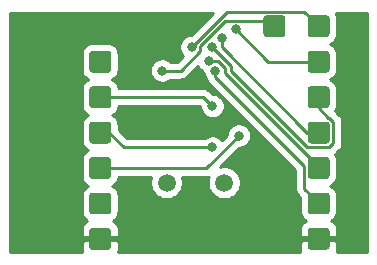
<source format=gbl>
G04 #@! TF.GenerationSoftware,KiCad,Pcbnew,5.1.10-88a1d61d58~90~ubuntu20.04.1*
G04 #@! TF.CreationDate,2021-09-15T21:40:18+02:00*
G04 #@! TF.ProjectId,snes2atari,736e6573-3261-4746-9172-692e6b696361,rev?*
G04 #@! TF.SameCoordinates,Original*
G04 #@! TF.FileFunction,Copper,L2,Bot*
G04 #@! TF.FilePolarity,Positive*
%FSLAX46Y46*%
G04 Gerber Fmt 4.6, Leading zero omitted, Abs format (unit mm)*
G04 Created by KiCad (PCBNEW 5.1.10-88a1d61d58~90~ubuntu20.04.1) date 2021-09-15 21:40:18*
%MOMM*%
%LPD*%
G01*
G04 APERTURE LIST*
G04 #@! TA.AperFunction,ComponentPad*
%ADD10C,1.500000*%
G04 #@! TD*
G04 #@! TA.AperFunction,ViaPad*
%ADD11C,0.800000*%
G04 #@! TD*
G04 #@! TA.AperFunction,Conductor*
%ADD12C,0.250000*%
G04 #@! TD*
G04 #@! TA.AperFunction,Conductor*
%ADD13C,0.254000*%
G04 #@! TD*
G04 #@! TA.AperFunction,Conductor*
%ADD14C,0.100000*%
G04 #@! TD*
G04 APERTURE END LIST*
D10*
X125870000Y-89750000D03*
X130750000Y-89750000D03*
G04 #@! TA.AperFunction,ComponentPad*
G36*
G01*
X119325000Y-95175001D02*
X119325000Y-93824999D01*
G75*
G02*
X119574999Y-93575000I249999J0D01*
G01*
X120925001Y-93575000D01*
G75*
G02*
X121175000Y-93824999I0J-249999D01*
G01*
X121175000Y-95175001D01*
G75*
G02*
X120925001Y-95425000I-249999J0D01*
G01*
X119574999Y-95425000D01*
G75*
G02*
X119325000Y-95175001I0J249999D01*
G01*
G37*
G04 #@! TD.AperFunction*
G04 #@! TA.AperFunction,ComponentPad*
G36*
G01*
X137825000Y-95175001D02*
X137825000Y-93824999D01*
G75*
G02*
X138074999Y-93575000I249999J0D01*
G01*
X139425001Y-93575000D01*
G75*
G02*
X139675000Y-93824999I0J-249999D01*
G01*
X139675000Y-95175001D01*
G75*
G02*
X139425001Y-95425000I-249999J0D01*
G01*
X138074999Y-95425000D01*
G75*
G02*
X137825000Y-95175001I0J249999D01*
G01*
G37*
G04 #@! TD.AperFunction*
G04 #@! TA.AperFunction,ComponentPad*
G36*
G01*
X119325000Y-92175001D02*
X119325000Y-90824999D01*
G75*
G02*
X119574999Y-90575000I249999J0D01*
G01*
X120925001Y-90575000D01*
G75*
G02*
X121175000Y-90824999I0J-249999D01*
G01*
X121175000Y-92175001D01*
G75*
G02*
X120925001Y-92425000I-249999J0D01*
G01*
X119574999Y-92425000D01*
G75*
G02*
X119325000Y-92175001I0J249999D01*
G01*
G37*
G04 #@! TD.AperFunction*
G04 #@! TA.AperFunction,ComponentPad*
G36*
G01*
X137825000Y-77175001D02*
X137825000Y-75824999D01*
G75*
G02*
X138074999Y-75575000I249999J0D01*
G01*
X139425001Y-75575000D01*
G75*
G02*
X139675000Y-75824999I0J-249999D01*
G01*
X139675000Y-77175001D01*
G75*
G02*
X139425001Y-77425000I-249999J0D01*
G01*
X138074999Y-77425000D01*
G75*
G02*
X137825000Y-77175001I0J249999D01*
G01*
G37*
G04 #@! TD.AperFunction*
G04 #@! TA.AperFunction,ComponentPad*
G36*
G01*
X137825000Y-80175001D02*
X137825000Y-78824999D01*
G75*
G02*
X138074999Y-78575000I249999J0D01*
G01*
X139425001Y-78575000D01*
G75*
G02*
X139675000Y-78824999I0J-249999D01*
G01*
X139675000Y-80175001D01*
G75*
G02*
X139425001Y-80425000I-249999J0D01*
G01*
X138074999Y-80425000D01*
G75*
G02*
X137825000Y-80175001I0J249999D01*
G01*
G37*
G04 #@! TD.AperFunction*
G04 #@! TA.AperFunction,ComponentPad*
G36*
G01*
X137825000Y-83175001D02*
X137825000Y-81824999D01*
G75*
G02*
X138074999Y-81575000I249999J0D01*
G01*
X139425001Y-81575000D01*
G75*
G02*
X139675000Y-81824999I0J-249999D01*
G01*
X139675000Y-83175001D01*
G75*
G02*
X139425001Y-83425000I-249999J0D01*
G01*
X138074999Y-83425000D01*
G75*
G02*
X137825000Y-83175001I0J249999D01*
G01*
G37*
G04 #@! TD.AperFunction*
G04 #@! TA.AperFunction,ComponentPad*
G36*
G01*
X137825000Y-86175001D02*
X137825000Y-84824999D01*
G75*
G02*
X138074999Y-84575000I249999J0D01*
G01*
X139425001Y-84575000D01*
G75*
G02*
X139675000Y-84824999I0J-249999D01*
G01*
X139675000Y-86175001D01*
G75*
G02*
X139425001Y-86425000I-249999J0D01*
G01*
X138074999Y-86425000D01*
G75*
G02*
X137825000Y-86175001I0J249999D01*
G01*
G37*
G04 #@! TD.AperFunction*
G04 #@! TA.AperFunction,ComponentPad*
G36*
G01*
X137825000Y-89175001D02*
X137825000Y-87824999D01*
G75*
G02*
X138074999Y-87575000I249999J0D01*
G01*
X139425001Y-87575000D01*
G75*
G02*
X139675000Y-87824999I0J-249999D01*
G01*
X139675000Y-89175001D01*
G75*
G02*
X139425001Y-89425000I-249999J0D01*
G01*
X138074999Y-89425000D01*
G75*
G02*
X137825000Y-89175001I0J249999D01*
G01*
G37*
G04 #@! TD.AperFunction*
G04 #@! TA.AperFunction,ComponentPad*
G36*
G01*
X137825000Y-92175001D02*
X137825000Y-90824999D01*
G75*
G02*
X138074999Y-90575000I249999J0D01*
G01*
X139425001Y-90575000D01*
G75*
G02*
X139675000Y-90824999I0J-249999D01*
G01*
X139675000Y-92175001D01*
G75*
G02*
X139425001Y-92425000I-249999J0D01*
G01*
X138074999Y-92425000D01*
G75*
G02*
X137825000Y-92175001I0J249999D01*
G01*
G37*
G04 #@! TD.AperFunction*
G04 #@! TA.AperFunction,ComponentPad*
G36*
G01*
X119325000Y-89175001D02*
X119325000Y-87824999D01*
G75*
G02*
X119574999Y-87575000I249999J0D01*
G01*
X120925001Y-87575000D01*
G75*
G02*
X121175000Y-87824999I0J-249999D01*
G01*
X121175000Y-89175001D01*
G75*
G02*
X120925001Y-89425000I-249999J0D01*
G01*
X119574999Y-89425000D01*
G75*
G02*
X119325000Y-89175001I0J249999D01*
G01*
G37*
G04 #@! TD.AperFunction*
G04 #@! TA.AperFunction,ComponentPad*
G36*
G01*
X119325000Y-86175001D02*
X119325000Y-84824999D01*
G75*
G02*
X119574999Y-84575000I249999J0D01*
G01*
X120925001Y-84575000D01*
G75*
G02*
X121175000Y-84824999I0J-249999D01*
G01*
X121175000Y-86175001D01*
G75*
G02*
X120925001Y-86425000I-249999J0D01*
G01*
X119574999Y-86425000D01*
G75*
G02*
X119325000Y-86175001I0J249999D01*
G01*
G37*
G04 #@! TD.AperFunction*
G04 #@! TA.AperFunction,ComponentPad*
G36*
G01*
X119325000Y-83175001D02*
X119325000Y-81824999D01*
G75*
G02*
X119574999Y-81575000I249999J0D01*
G01*
X120925001Y-81575000D01*
G75*
G02*
X121175000Y-81824999I0J-249999D01*
G01*
X121175000Y-83175001D01*
G75*
G02*
X120925001Y-83425000I-249999J0D01*
G01*
X119574999Y-83425000D01*
G75*
G02*
X119325000Y-83175001I0J249999D01*
G01*
G37*
G04 #@! TD.AperFunction*
G04 #@! TA.AperFunction,ComponentPad*
G36*
G01*
X119325000Y-80175001D02*
X119325000Y-78824999D01*
G75*
G02*
X119574999Y-78575000I249999J0D01*
G01*
X120925001Y-78575000D01*
G75*
G02*
X121175000Y-78824999I0J-249999D01*
G01*
X121175000Y-80175001D01*
G75*
G02*
X120925001Y-80425000I-249999J0D01*
G01*
X119574999Y-80425000D01*
G75*
G02*
X119325000Y-80175001I0J249999D01*
G01*
G37*
G04 #@! TD.AperFunction*
G04 #@! TA.AperFunction,ComponentPad*
G36*
G01*
X134075000Y-77175001D02*
X134075000Y-75824999D01*
G75*
G02*
X134324999Y-75575000I249999J0D01*
G01*
X135675001Y-75575000D01*
G75*
G02*
X135925000Y-75824999I0J-249999D01*
G01*
X135925000Y-77175001D01*
G75*
G02*
X135675001Y-77425000I-249999J0D01*
G01*
X134324999Y-77425000D01*
G75*
G02*
X134075000Y-77175001I0J249999D01*
G01*
G37*
G04 #@! TD.AperFunction*
D11*
X125500000Y-80250000D03*
X129750000Y-83250000D03*
X129750000Y-86750000D03*
X132000000Y-85750000D03*
X130000000Y-80250000D03*
X129439334Y-79421944D03*
X130583795Y-77518525D03*
X129683702Y-78228028D03*
X131750000Y-76750000D03*
X128000000Y-78250000D03*
D12*
X127073004Y-80250000D02*
X125500000Y-80250000D01*
X128725002Y-78161408D02*
X128725002Y-78598002D01*
X130861412Y-76024998D02*
X128725002Y-78161408D01*
X134524998Y-76024998D02*
X130861412Y-76024998D01*
X135000000Y-76500000D02*
X134524998Y-76024998D01*
X128725002Y-78598002D02*
X127073004Y-80250000D01*
X129000000Y-82500000D02*
X129750000Y-83250000D01*
X120250000Y-82500000D02*
X129000000Y-82500000D01*
X120250000Y-85500000D02*
X121000000Y-85500000D01*
X122250000Y-86750000D02*
X129750000Y-86750000D01*
X121000000Y-85500000D02*
X122250000Y-86750000D01*
X129250000Y-88500000D02*
X132000000Y-85750000D01*
X120250000Y-88500000D02*
X129250000Y-88500000D01*
X138750000Y-91500000D02*
X137499990Y-90249990D01*
X130000000Y-80815685D02*
X130000000Y-80250000D01*
X137499990Y-88315675D02*
X130000000Y-80815685D01*
X137499990Y-90249990D02*
X137499990Y-88315675D01*
X138750000Y-88500000D02*
X138750000Y-88386410D01*
X130843526Y-80020524D02*
X130244946Y-79421944D01*
X138750000Y-88386410D02*
X130843526Y-80479936D01*
X130244946Y-79421944D02*
X129439334Y-79421944D01*
X130843526Y-80479936D02*
X130843526Y-80020524D01*
X137804547Y-85500000D02*
X130583795Y-78279248D01*
X130583795Y-78279248D02*
X130583795Y-77518525D01*
X138750000Y-85500000D02*
X137804547Y-85500000D01*
X138750000Y-82500000D02*
X138750000Y-83425000D01*
X131293537Y-80293537D02*
X131293537Y-79834124D01*
X139663180Y-84249990D02*
X140000010Y-84586820D01*
X137750010Y-86750010D02*
X131293537Y-80293537D01*
X140000010Y-86413180D02*
X139663180Y-86750010D01*
X131293537Y-79834124D02*
X129687441Y-78228028D01*
X129687441Y-78228028D02*
X129683702Y-78228028D01*
X139663180Y-86750010D02*
X137750010Y-86750010D01*
X138750000Y-83425000D02*
X139574990Y-84249990D01*
X140000010Y-84586820D02*
X140000010Y-86413180D01*
X139574990Y-84249990D02*
X139663180Y-84249990D01*
X134500000Y-79500000D02*
X131750000Y-76750000D01*
X138750000Y-79500000D02*
X134500000Y-79500000D01*
X131000010Y-75249990D02*
X128000000Y-78250000D01*
X137499990Y-75249990D02*
X131000010Y-75249990D01*
X138750000Y-76500000D02*
X137499990Y-75249990D01*
D13*
X127960199Y-77215000D02*
X127898061Y-77215000D01*
X127698102Y-77254774D01*
X127509744Y-77332795D01*
X127340226Y-77446063D01*
X127196063Y-77590226D01*
X127082795Y-77759744D01*
X127004774Y-77948102D01*
X126965000Y-78148061D01*
X126965000Y-78351939D01*
X127004774Y-78551898D01*
X127082795Y-78740256D01*
X127196063Y-78909774D01*
X127267246Y-78980957D01*
X126758203Y-79490000D01*
X126203711Y-79490000D01*
X126159774Y-79446063D01*
X125990256Y-79332795D01*
X125801898Y-79254774D01*
X125601939Y-79215000D01*
X125398061Y-79215000D01*
X125198102Y-79254774D01*
X125009744Y-79332795D01*
X124840226Y-79446063D01*
X124696063Y-79590226D01*
X124582795Y-79759744D01*
X124504774Y-79948102D01*
X124465000Y-80148061D01*
X124465000Y-80351939D01*
X124504774Y-80551898D01*
X124582795Y-80740256D01*
X124696063Y-80909774D01*
X124840226Y-81053937D01*
X125009744Y-81167205D01*
X125198102Y-81245226D01*
X125398061Y-81285000D01*
X125601939Y-81285000D01*
X125801898Y-81245226D01*
X125990256Y-81167205D01*
X126159774Y-81053937D01*
X126203711Y-81010000D01*
X127035682Y-81010000D01*
X127073004Y-81013676D01*
X127110326Y-81010000D01*
X127110337Y-81010000D01*
X127221990Y-80999003D01*
X127365251Y-80955546D01*
X127497280Y-80884974D01*
X127613005Y-80790001D01*
X127636808Y-80760997D01*
X128511431Y-79886374D01*
X128522129Y-79912200D01*
X128635397Y-80081718D01*
X128779560Y-80225881D01*
X128949078Y-80339149D01*
X128965000Y-80345744D01*
X128965000Y-80351939D01*
X129004774Y-80551898D01*
X129082795Y-80740256D01*
X129196063Y-80909774D01*
X129251014Y-80964725D01*
X129287982Y-81086595D01*
X129294454Y-81107931D01*
X129365026Y-81239961D01*
X129401989Y-81285000D01*
X129459999Y-81355686D01*
X129489003Y-81379489D01*
X136739991Y-88630478D01*
X136739990Y-90212667D01*
X136736314Y-90249990D01*
X136739990Y-90287312D01*
X136739990Y-90287322D01*
X136750987Y-90398975D01*
X136794444Y-90542236D01*
X136865016Y-90674266D01*
X136904861Y-90722816D01*
X136959989Y-90789991D01*
X136988993Y-90813794D01*
X137186928Y-91011729D01*
X137186928Y-92175001D01*
X137203992Y-92348255D01*
X137254528Y-92514851D01*
X137336595Y-92668387D01*
X137447038Y-92802962D01*
X137581613Y-92913405D01*
X137667370Y-92959243D01*
X137580820Y-92985498D01*
X137470506Y-93044463D01*
X137373815Y-93123815D01*
X137294463Y-93220506D01*
X137235498Y-93330820D01*
X137199188Y-93450518D01*
X137186928Y-93575000D01*
X137190000Y-94214250D01*
X137348750Y-94373000D01*
X138623000Y-94373000D01*
X138623000Y-94353000D01*
X138877000Y-94353000D01*
X138877000Y-94373000D01*
X140151250Y-94373000D01*
X140310000Y-94214250D01*
X140313072Y-93575000D01*
X140300812Y-93450518D01*
X140264502Y-93330820D01*
X140205537Y-93220506D01*
X140126185Y-93123815D01*
X140029494Y-93044463D01*
X139919180Y-92985498D01*
X139832630Y-92959243D01*
X139918387Y-92913405D01*
X140052962Y-92802962D01*
X140163405Y-92668387D01*
X140245472Y-92514851D01*
X140296008Y-92348255D01*
X140313072Y-92175001D01*
X140313072Y-90824999D01*
X140296008Y-90651745D01*
X140245472Y-90485149D01*
X140163405Y-90331613D01*
X140052962Y-90197038D01*
X139918387Y-90086595D01*
X139764851Y-90004528D01*
X139749924Y-90000000D01*
X139764851Y-89995472D01*
X139918387Y-89913405D01*
X140052962Y-89802962D01*
X140163405Y-89668387D01*
X140245472Y-89514851D01*
X140296008Y-89348255D01*
X140313072Y-89175001D01*
X140313072Y-87824999D01*
X140296008Y-87651745D01*
X140245472Y-87485149D01*
X140163405Y-87331613D01*
X140159012Y-87326260D01*
X140203181Y-87290011D01*
X140226984Y-87261007D01*
X140511007Y-86976984D01*
X140540011Y-86953181D01*
X140634984Y-86837456D01*
X140705556Y-86705427D01*
X140749013Y-86562166D01*
X140760010Y-86450513D01*
X140763687Y-86413180D01*
X140760010Y-86375847D01*
X140760010Y-84624153D01*
X140763687Y-84586820D01*
X140749013Y-84437834D01*
X140705556Y-84294573D01*
X140700439Y-84285000D01*
X140634984Y-84162544D01*
X140540011Y-84046819D01*
X140511008Y-84023017D01*
X140226984Y-83738993D01*
X140203181Y-83709989D01*
X140159012Y-83673740D01*
X140163405Y-83668387D01*
X140245472Y-83514851D01*
X140296008Y-83348255D01*
X140313072Y-83175001D01*
X140313072Y-81824999D01*
X140296008Y-81651745D01*
X140245472Y-81485149D01*
X140163405Y-81331613D01*
X140052962Y-81197038D01*
X139918387Y-81086595D01*
X139764851Y-81004528D01*
X139749924Y-81000000D01*
X139764851Y-80995472D01*
X139918387Y-80913405D01*
X140052962Y-80802962D01*
X140163405Y-80668387D01*
X140245472Y-80514851D01*
X140296008Y-80348255D01*
X140313072Y-80175001D01*
X140313072Y-78824999D01*
X140296008Y-78651745D01*
X140245472Y-78485149D01*
X140163405Y-78331613D01*
X140052962Y-78197038D01*
X139918387Y-78086595D01*
X139764851Y-78004528D01*
X139749924Y-78000000D01*
X139764851Y-77995472D01*
X139918387Y-77913405D01*
X140052962Y-77802962D01*
X140163405Y-77668387D01*
X140245472Y-77514851D01*
X140296008Y-77348255D01*
X140313072Y-77175001D01*
X140313072Y-75824999D01*
X140296008Y-75651745D01*
X140245472Y-75485149D01*
X140205304Y-75410000D01*
X142840001Y-75410000D01*
X142840000Y-95590000D01*
X140288521Y-95590000D01*
X140300812Y-95549482D01*
X140313072Y-95425000D01*
X140310000Y-94785750D01*
X140151250Y-94627000D01*
X138877000Y-94627000D01*
X138877000Y-94647000D01*
X138623000Y-94647000D01*
X138623000Y-94627000D01*
X137348750Y-94627000D01*
X137190000Y-94785750D01*
X137186928Y-95425000D01*
X137199188Y-95549482D01*
X137211479Y-95590000D01*
X121788521Y-95590000D01*
X121800812Y-95549482D01*
X121813072Y-95425000D01*
X121810000Y-94785750D01*
X121651250Y-94627000D01*
X120377000Y-94627000D01*
X120377000Y-94647000D01*
X120123000Y-94647000D01*
X120123000Y-94627000D01*
X118848750Y-94627000D01*
X118690000Y-94785750D01*
X118686928Y-95425000D01*
X118699188Y-95549482D01*
X118711479Y-95590000D01*
X112660000Y-95590000D01*
X112660000Y-78824999D01*
X118686928Y-78824999D01*
X118686928Y-80175001D01*
X118703992Y-80348255D01*
X118754528Y-80514851D01*
X118836595Y-80668387D01*
X118947038Y-80802962D01*
X119081613Y-80913405D01*
X119235149Y-80995472D01*
X119250076Y-81000000D01*
X119235149Y-81004528D01*
X119081613Y-81086595D01*
X118947038Y-81197038D01*
X118836595Y-81331613D01*
X118754528Y-81485149D01*
X118703992Y-81651745D01*
X118686928Y-81824999D01*
X118686928Y-83175001D01*
X118703992Y-83348255D01*
X118754528Y-83514851D01*
X118836595Y-83668387D01*
X118947038Y-83802962D01*
X119081613Y-83913405D01*
X119235149Y-83995472D01*
X119250076Y-84000000D01*
X119235149Y-84004528D01*
X119081613Y-84086595D01*
X118947038Y-84197038D01*
X118836595Y-84331613D01*
X118754528Y-84485149D01*
X118703992Y-84651745D01*
X118686928Y-84824999D01*
X118686928Y-86175001D01*
X118703992Y-86348255D01*
X118754528Y-86514851D01*
X118836595Y-86668387D01*
X118947038Y-86802962D01*
X119081613Y-86913405D01*
X119235149Y-86995472D01*
X119250076Y-87000000D01*
X119235149Y-87004528D01*
X119081613Y-87086595D01*
X118947038Y-87197038D01*
X118836595Y-87331613D01*
X118754528Y-87485149D01*
X118703992Y-87651745D01*
X118686928Y-87824999D01*
X118686928Y-89175001D01*
X118703992Y-89348255D01*
X118754528Y-89514851D01*
X118836595Y-89668387D01*
X118947038Y-89802962D01*
X119081613Y-89913405D01*
X119235149Y-89995472D01*
X119250076Y-90000000D01*
X119235149Y-90004528D01*
X119081613Y-90086595D01*
X118947038Y-90197038D01*
X118836595Y-90331613D01*
X118754528Y-90485149D01*
X118703992Y-90651745D01*
X118686928Y-90824999D01*
X118686928Y-92175001D01*
X118703992Y-92348255D01*
X118754528Y-92514851D01*
X118836595Y-92668387D01*
X118947038Y-92802962D01*
X119081613Y-92913405D01*
X119167370Y-92959243D01*
X119080820Y-92985498D01*
X118970506Y-93044463D01*
X118873815Y-93123815D01*
X118794463Y-93220506D01*
X118735498Y-93330820D01*
X118699188Y-93450518D01*
X118686928Y-93575000D01*
X118690000Y-94214250D01*
X118848750Y-94373000D01*
X120123000Y-94373000D01*
X120123000Y-94353000D01*
X120377000Y-94353000D01*
X120377000Y-94373000D01*
X121651250Y-94373000D01*
X121810000Y-94214250D01*
X121813072Y-93575000D01*
X121800812Y-93450518D01*
X121764502Y-93330820D01*
X121705537Y-93220506D01*
X121626185Y-93123815D01*
X121529494Y-93044463D01*
X121419180Y-92985498D01*
X121332630Y-92959243D01*
X121418387Y-92913405D01*
X121552962Y-92802962D01*
X121663405Y-92668387D01*
X121745472Y-92514851D01*
X121796008Y-92348255D01*
X121813072Y-92175001D01*
X121813072Y-90824999D01*
X121796008Y-90651745D01*
X121745472Y-90485149D01*
X121663405Y-90331613D01*
X121552962Y-90197038D01*
X121418387Y-90086595D01*
X121264851Y-90004528D01*
X121249924Y-90000000D01*
X121264851Y-89995472D01*
X121418387Y-89913405D01*
X121552962Y-89802962D01*
X121663405Y-89668387D01*
X121745472Y-89514851D01*
X121796008Y-89348255D01*
X121804700Y-89260000D01*
X124573852Y-89260000D01*
X124538225Y-89346011D01*
X124485000Y-89613589D01*
X124485000Y-89886411D01*
X124538225Y-90153989D01*
X124642629Y-90406043D01*
X124794201Y-90632886D01*
X124987114Y-90825799D01*
X125213957Y-90977371D01*
X125466011Y-91081775D01*
X125733589Y-91135000D01*
X126006411Y-91135000D01*
X126273989Y-91081775D01*
X126526043Y-90977371D01*
X126752886Y-90825799D01*
X126945799Y-90632886D01*
X127097371Y-90406043D01*
X127201775Y-90153989D01*
X127255000Y-89886411D01*
X127255000Y-89613589D01*
X127201775Y-89346011D01*
X127166148Y-89260000D01*
X129212678Y-89260000D01*
X129250000Y-89263676D01*
X129287322Y-89260000D01*
X129287333Y-89260000D01*
X129398986Y-89249003D01*
X129466946Y-89228388D01*
X129418225Y-89346011D01*
X129365000Y-89613589D01*
X129365000Y-89886411D01*
X129418225Y-90153989D01*
X129522629Y-90406043D01*
X129674201Y-90632886D01*
X129867114Y-90825799D01*
X130093957Y-90977371D01*
X130346011Y-91081775D01*
X130613589Y-91135000D01*
X130886411Y-91135000D01*
X131153989Y-91081775D01*
X131406043Y-90977371D01*
X131632886Y-90825799D01*
X131825799Y-90632886D01*
X131977371Y-90406043D01*
X132081775Y-90153989D01*
X132135000Y-89886411D01*
X132135000Y-89613589D01*
X132081775Y-89346011D01*
X131977371Y-89093957D01*
X131825799Y-88867114D01*
X131632886Y-88674201D01*
X131406043Y-88522629D01*
X131153989Y-88418225D01*
X130886411Y-88365000D01*
X130613589Y-88365000D01*
X130421615Y-88403186D01*
X132039802Y-86785000D01*
X132101939Y-86785000D01*
X132301898Y-86745226D01*
X132490256Y-86667205D01*
X132659774Y-86553937D01*
X132803937Y-86409774D01*
X132917205Y-86240256D01*
X132995226Y-86051898D01*
X133035000Y-85851939D01*
X133035000Y-85648061D01*
X132995226Y-85448102D01*
X132917205Y-85259744D01*
X132803937Y-85090226D01*
X132659774Y-84946063D01*
X132490256Y-84832795D01*
X132301898Y-84754774D01*
X132101939Y-84715000D01*
X131898061Y-84715000D01*
X131698102Y-84754774D01*
X131509744Y-84832795D01*
X131340226Y-84946063D01*
X131196063Y-85090226D01*
X131082795Y-85259744D01*
X131004774Y-85448102D01*
X130965000Y-85648061D01*
X130965000Y-85710198D01*
X130566368Y-86108830D01*
X130553937Y-86090226D01*
X130409774Y-85946063D01*
X130240256Y-85832795D01*
X130051898Y-85754774D01*
X129851939Y-85715000D01*
X129648061Y-85715000D01*
X129448102Y-85754774D01*
X129259744Y-85832795D01*
X129090226Y-85946063D01*
X129046289Y-85990000D01*
X122564802Y-85990000D01*
X121813072Y-85238271D01*
X121813072Y-84824999D01*
X121796008Y-84651745D01*
X121745472Y-84485149D01*
X121663405Y-84331613D01*
X121552962Y-84197038D01*
X121418387Y-84086595D01*
X121264851Y-84004528D01*
X121249924Y-84000000D01*
X121264851Y-83995472D01*
X121418387Y-83913405D01*
X121552962Y-83802962D01*
X121663405Y-83668387D01*
X121745472Y-83514851D01*
X121796008Y-83348255D01*
X121804700Y-83260000D01*
X128685199Y-83260000D01*
X128715000Y-83289801D01*
X128715000Y-83351939D01*
X128754774Y-83551898D01*
X128832795Y-83740256D01*
X128946063Y-83909774D01*
X129090226Y-84053937D01*
X129259744Y-84167205D01*
X129448102Y-84245226D01*
X129648061Y-84285000D01*
X129851939Y-84285000D01*
X130051898Y-84245226D01*
X130240256Y-84167205D01*
X130409774Y-84053937D01*
X130553937Y-83909774D01*
X130667205Y-83740256D01*
X130745226Y-83551898D01*
X130785000Y-83351939D01*
X130785000Y-83148061D01*
X130745226Y-82948102D01*
X130667205Y-82759744D01*
X130553937Y-82590226D01*
X130409774Y-82446063D01*
X130240256Y-82332795D01*
X130051898Y-82254774D01*
X129851939Y-82215000D01*
X129789801Y-82215000D01*
X129563803Y-81989002D01*
X129540001Y-81959999D01*
X129424276Y-81865026D01*
X129292247Y-81794454D01*
X129148986Y-81750997D01*
X129037333Y-81740000D01*
X129037322Y-81740000D01*
X129000000Y-81736324D01*
X128962678Y-81740000D01*
X121804700Y-81740000D01*
X121796008Y-81651745D01*
X121745472Y-81485149D01*
X121663405Y-81331613D01*
X121552962Y-81197038D01*
X121418387Y-81086595D01*
X121264851Y-81004528D01*
X121249924Y-81000000D01*
X121264851Y-80995472D01*
X121418387Y-80913405D01*
X121552962Y-80802962D01*
X121663405Y-80668387D01*
X121745472Y-80514851D01*
X121796008Y-80348255D01*
X121813072Y-80175001D01*
X121813072Y-78824999D01*
X121796008Y-78651745D01*
X121745472Y-78485149D01*
X121663405Y-78331613D01*
X121552962Y-78197038D01*
X121418387Y-78086595D01*
X121264851Y-78004528D01*
X121098255Y-77953992D01*
X120925001Y-77936928D01*
X119574999Y-77936928D01*
X119401745Y-77953992D01*
X119235149Y-78004528D01*
X119081613Y-78086595D01*
X118947038Y-78197038D01*
X118836595Y-78331613D01*
X118754528Y-78485149D01*
X118703992Y-78651745D01*
X118686928Y-78824999D01*
X112660000Y-78824999D01*
X112660000Y-75410000D01*
X129765198Y-75410000D01*
X127960199Y-77215000D01*
G04 #@! TA.AperFunction,Conductor*
D14*
G36*
X127960199Y-77215000D02*
G01*
X127898061Y-77215000D01*
X127698102Y-77254774D01*
X127509744Y-77332795D01*
X127340226Y-77446063D01*
X127196063Y-77590226D01*
X127082795Y-77759744D01*
X127004774Y-77948102D01*
X126965000Y-78148061D01*
X126965000Y-78351939D01*
X127004774Y-78551898D01*
X127082795Y-78740256D01*
X127196063Y-78909774D01*
X127267246Y-78980957D01*
X126758203Y-79490000D01*
X126203711Y-79490000D01*
X126159774Y-79446063D01*
X125990256Y-79332795D01*
X125801898Y-79254774D01*
X125601939Y-79215000D01*
X125398061Y-79215000D01*
X125198102Y-79254774D01*
X125009744Y-79332795D01*
X124840226Y-79446063D01*
X124696063Y-79590226D01*
X124582795Y-79759744D01*
X124504774Y-79948102D01*
X124465000Y-80148061D01*
X124465000Y-80351939D01*
X124504774Y-80551898D01*
X124582795Y-80740256D01*
X124696063Y-80909774D01*
X124840226Y-81053937D01*
X125009744Y-81167205D01*
X125198102Y-81245226D01*
X125398061Y-81285000D01*
X125601939Y-81285000D01*
X125801898Y-81245226D01*
X125990256Y-81167205D01*
X126159774Y-81053937D01*
X126203711Y-81010000D01*
X127035682Y-81010000D01*
X127073004Y-81013676D01*
X127110326Y-81010000D01*
X127110337Y-81010000D01*
X127221990Y-80999003D01*
X127365251Y-80955546D01*
X127497280Y-80884974D01*
X127613005Y-80790001D01*
X127636808Y-80760997D01*
X128511431Y-79886374D01*
X128522129Y-79912200D01*
X128635397Y-80081718D01*
X128779560Y-80225881D01*
X128949078Y-80339149D01*
X128965000Y-80345744D01*
X128965000Y-80351939D01*
X129004774Y-80551898D01*
X129082795Y-80740256D01*
X129196063Y-80909774D01*
X129251014Y-80964725D01*
X129287982Y-81086595D01*
X129294454Y-81107931D01*
X129365026Y-81239961D01*
X129401989Y-81285000D01*
X129459999Y-81355686D01*
X129489003Y-81379489D01*
X136739991Y-88630478D01*
X136739990Y-90212667D01*
X136736314Y-90249990D01*
X136739990Y-90287312D01*
X136739990Y-90287322D01*
X136750987Y-90398975D01*
X136794444Y-90542236D01*
X136865016Y-90674266D01*
X136904861Y-90722816D01*
X136959989Y-90789991D01*
X136988993Y-90813794D01*
X137186928Y-91011729D01*
X137186928Y-92175001D01*
X137203992Y-92348255D01*
X137254528Y-92514851D01*
X137336595Y-92668387D01*
X137447038Y-92802962D01*
X137581613Y-92913405D01*
X137667370Y-92959243D01*
X137580820Y-92985498D01*
X137470506Y-93044463D01*
X137373815Y-93123815D01*
X137294463Y-93220506D01*
X137235498Y-93330820D01*
X137199188Y-93450518D01*
X137186928Y-93575000D01*
X137190000Y-94214250D01*
X137348750Y-94373000D01*
X138623000Y-94373000D01*
X138623000Y-94353000D01*
X138877000Y-94353000D01*
X138877000Y-94373000D01*
X140151250Y-94373000D01*
X140310000Y-94214250D01*
X140313072Y-93575000D01*
X140300812Y-93450518D01*
X140264502Y-93330820D01*
X140205537Y-93220506D01*
X140126185Y-93123815D01*
X140029494Y-93044463D01*
X139919180Y-92985498D01*
X139832630Y-92959243D01*
X139918387Y-92913405D01*
X140052962Y-92802962D01*
X140163405Y-92668387D01*
X140245472Y-92514851D01*
X140296008Y-92348255D01*
X140313072Y-92175001D01*
X140313072Y-90824999D01*
X140296008Y-90651745D01*
X140245472Y-90485149D01*
X140163405Y-90331613D01*
X140052962Y-90197038D01*
X139918387Y-90086595D01*
X139764851Y-90004528D01*
X139749924Y-90000000D01*
X139764851Y-89995472D01*
X139918387Y-89913405D01*
X140052962Y-89802962D01*
X140163405Y-89668387D01*
X140245472Y-89514851D01*
X140296008Y-89348255D01*
X140313072Y-89175001D01*
X140313072Y-87824999D01*
X140296008Y-87651745D01*
X140245472Y-87485149D01*
X140163405Y-87331613D01*
X140159012Y-87326260D01*
X140203181Y-87290011D01*
X140226984Y-87261007D01*
X140511007Y-86976984D01*
X140540011Y-86953181D01*
X140634984Y-86837456D01*
X140705556Y-86705427D01*
X140749013Y-86562166D01*
X140760010Y-86450513D01*
X140763687Y-86413180D01*
X140760010Y-86375847D01*
X140760010Y-84624153D01*
X140763687Y-84586820D01*
X140749013Y-84437834D01*
X140705556Y-84294573D01*
X140700439Y-84285000D01*
X140634984Y-84162544D01*
X140540011Y-84046819D01*
X140511008Y-84023017D01*
X140226984Y-83738993D01*
X140203181Y-83709989D01*
X140159012Y-83673740D01*
X140163405Y-83668387D01*
X140245472Y-83514851D01*
X140296008Y-83348255D01*
X140313072Y-83175001D01*
X140313072Y-81824999D01*
X140296008Y-81651745D01*
X140245472Y-81485149D01*
X140163405Y-81331613D01*
X140052962Y-81197038D01*
X139918387Y-81086595D01*
X139764851Y-81004528D01*
X139749924Y-81000000D01*
X139764851Y-80995472D01*
X139918387Y-80913405D01*
X140052962Y-80802962D01*
X140163405Y-80668387D01*
X140245472Y-80514851D01*
X140296008Y-80348255D01*
X140313072Y-80175001D01*
X140313072Y-78824999D01*
X140296008Y-78651745D01*
X140245472Y-78485149D01*
X140163405Y-78331613D01*
X140052962Y-78197038D01*
X139918387Y-78086595D01*
X139764851Y-78004528D01*
X139749924Y-78000000D01*
X139764851Y-77995472D01*
X139918387Y-77913405D01*
X140052962Y-77802962D01*
X140163405Y-77668387D01*
X140245472Y-77514851D01*
X140296008Y-77348255D01*
X140313072Y-77175001D01*
X140313072Y-75824999D01*
X140296008Y-75651745D01*
X140245472Y-75485149D01*
X140205304Y-75410000D01*
X142840001Y-75410000D01*
X142840000Y-95590000D01*
X140288521Y-95590000D01*
X140300812Y-95549482D01*
X140313072Y-95425000D01*
X140310000Y-94785750D01*
X140151250Y-94627000D01*
X138877000Y-94627000D01*
X138877000Y-94647000D01*
X138623000Y-94647000D01*
X138623000Y-94627000D01*
X137348750Y-94627000D01*
X137190000Y-94785750D01*
X137186928Y-95425000D01*
X137199188Y-95549482D01*
X137211479Y-95590000D01*
X121788521Y-95590000D01*
X121800812Y-95549482D01*
X121813072Y-95425000D01*
X121810000Y-94785750D01*
X121651250Y-94627000D01*
X120377000Y-94627000D01*
X120377000Y-94647000D01*
X120123000Y-94647000D01*
X120123000Y-94627000D01*
X118848750Y-94627000D01*
X118690000Y-94785750D01*
X118686928Y-95425000D01*
X118699188Y-95549482D01*
X118711479Y-95590000D01*
X112660000Y-95590000D01*
X112660000Y-78824999D01*
X118686928Y-78824999D01*
X118686928Y-80175001D01*
X118703992Y-80348255D01*
X118754528Y-80514851D01*
X118836595Y-80668387D01*
X118947038Y-80802962D01*
X119081613Y-80913405D01*
X119235149Y-80995472D01*
X119250076Y-81000000D01*
X119235149Y-81004528D01*
X119081613Y-81086595D01*
X118947038Y-81197038D01*
X118836595Y-81331613D01*
X118754528Y-81485149D01*
X118703992Y-81651745D01*
X118686928Y-81824999D01*
X118686928Y-83175001D01*
X118703992Y-83348255D01*
X118754528Y-83514851D01*
X118836595Y-83668387D01*
X118947038Y-83802962D01*
X119081613Y-83913405D01*
X119235149Y-83995472D01*
X119250076Y-84000000D01*
X119235149Y-84004528D01*
X119081613Y-84086595D01*
X118947038Y-84197038D01*
X118836595Y-84331613D01*
X118754528Y-84485149D01*
X118703992Y-84651745D01*
X118686928Y-84824999D01*
X118686928Y-86175001D01*
X118703992Y-86348255D01*
X118754528Y-86514851D01*
X118836595Y-86668387D01*
X118947038Y-86802962D01*
X119081613Y-86913405D01*
X119235149Y-86995472D01*
X119250076Y-87000000D01*
X119235149Y-87004528D01*
X119081613Y-87086595D01*
X118947038Y-87197038D01*
X118836595Y-87331613D01*
X118754528Y-87485149D01*
X118703992Y-87651745D01*
X118686928Y-87824999D01*
X118686928Y-89175001D01*
X118703992Y-89348255D01*
X118754528Y-89514851D01*
X118836595Y-89668387D01*
X118947038Y-89802962D01*
X119081613Y-89913405D01*
X119235149Y-89995472D01*
X119250076Y-90000000D01*
X119235149Y-90004528D01*
X119081613Y-90086595D01*
X118947038Y-90197038D01*
X118836595Y-90331613D01*
X118754528Y-90485149D01*
X118703992Y-90651745D01*
X118686928Y-90824999D01*
X118686928Y-92175001D01*
X118703992Y-92348255D01*
X118754528Y-92514851D01*
X118836595Y-92668387D01*
X118947038Y-92802962D01*
X119081613Y-92913405D01*
X119167370Y-92959243D01*
X119080820Y-92985498D01*
X118970506Y-93044463D01*
X118873815Y-93123815D01*
X118794463Y-93220506D01*
X118735498Y-93330820D01*
X118699188Y-93450518D01*
X118686928Y-93575000D01*
X118690000Y-94214250D01*
X118848750Y-94373000D01*
X120123000Y-94373000D01*
X120123000Y-94353000D01*
X120377000Y-94353000D01*
X120377000Y-94373000D01*
X121651250Y-94373000D01*
X121810000Y-94214250D01*
X121813072Y-93575000D01*
X121800812Y-93450518D01*
X121764502Y-93330820D01*
X121705537Y-93220506D01*
X121626185Y-93123815D01*
X121529494Y-93044463D01*
X121419180Y-92985498D01*
X121332630Y-92959243D01*
X121418387Y-92913405D01*
X121552962Y-92802962D01*
X121663405Y-92668387D01*
X121745472Y-92514851D01*
X121796008Y-92348255D01*
X121813072Y-92175001D01*
X121813072Y-90824999D01*
X121796008Y-90651745D01*
X121745472Y-90485149D01*
X121663405Y-90331613D01*
X121552962Y-90197038D01*
X121418387Y-90086595D01*
X121264851Y-90004528D01*
X121249924Y-90000000D01*
X121264851Y-89995472D01*
X121418387Y-89913405D01*
X121552962Y-89802962D01*
X121663405Y-89668387D01*
X121745472Y-89514851D01*
X121796008Y-89348255D01*
X121804700Y-89260000D01*
X124573852Y-89260000D01*
X124538225Y-89346011D01*
X124485000Y-89613589D01*
X124485000Y-89886411D01*
X124538225Y-90153989D01*
X124642629Y-90406043D01*
X124794201Y-90632886D01*
X124987114Y-90825799D01*
X125213957Y-90977371D01*
X125466011Y-91081775D01*
X125733589Y-91135000D01*
X126006411Y-91135000D01*
X126273989Y-91081775D01*
X126526043Y-90977371D01*
X126752886Y-90825799D01*
X126945799Y-90632886D01*
X127097371Y-90406043D01*
X127201775Y-90153989D01*
X127255000Y-89886411D01*
X127255000Y-89613589D01*
X127201775Y-89346011D01*
X127166148Y-89260000D01*
X129212678Y-89260000D01*
X129250000Y-89263676D01*
X129287322Y-89260000D01*
X129287333Y-89260000D01*
X129398986Y-89249003D01*
X129466946Y-89228388D01*
X129418225Y-89346011D01*
X129365000Y-89613589D01*
X129365000Y-89886411D01*
X129418225Y-90153989D01*
X129522629Y-90406043D01*
X129674201Y-90632886D01*
X129867114Y-90825799D01*
X130093957Y-90977371D01*
X130346011Y-91081775D01*
X130613589Y-91135000D01*
X130886411Y-91135000D01*
X131153989Y-91081775D01*
X131406043Y-90977371D01*
X131632886Y-90825799D01*
X131825799Y-90632886D01*
X131977371Y-90406043D01*
X132081775Y-90153989D01*
X132135000Y-89886411D01*
X132135000Y-89613589D01*
X132081775Y-89346011D01*
X131977371Y-89093957D01*
X131825799Y-88867114D01*
X131632886Y-88674201D01*
X131406043Y-88522629D01*
X131153989Y-88418225D01*
X130886411Y-88365000D01*
X130613589Y-88365000D01*
X130421615Y-88403186D01*
X132039802Y-86785000D01*
X132101939Y-86785000D01*
X132301898Y-86745226D01*
X132490256Y-86667205D01*
X132659774Y-86553937D01*
X132803937Y-86409774D01*
X132917205Y-86240256D01*
X132995226Y-86051898D01*
X133035000Y-85851939D01*
X133035000Y-85648061D01*
X132995226Y-85448102D01*
X132917205Y-85259744D01*
X132803937Y-85090226D01*
X132659774Y-84946063D01*
X132490256Y-84832795D01*
X132301898Y-84754774D01*
X132101939Y-84715000D01*
X131898061Y-84715000D01*
X131698102Y-84754774D01*
X131509744Y-84832795D01*
X131340226Y-84946063D01*
X131196063Y-85090226D01*
X131082795Y-85259744D01*
X131004774Y-85448102D01*
X130965000Y-85648061D01*
X130965000Y-85710198D01*
X130566368Y-86108830D01*
X130553937Y-86090226D01*
X130409774Y-85946063D01*
X130240256Y-85832795D01*
X130051898Y-85754774D01*
X129851939Y-85715000D01*
X129648061Y-85715000D01*
X129448102Y-85754774D01*
X129259744Y-85832795D01*
X129090226Y-85946063D01*
X129046289Y-85990000D01*
X122564802Y-85990000D01*
X121813072Y-85238271D01*
X121813072Y-84824999D01*
X121796008Y-84651745D01*
X121745472Y-84485149D01*
X121663405Y-84331613D01*
X121552962Y-84197038D01*
X121418387Y-84086595D01*
X121264851Y-84004528D01*
X121249924Y-84000000D01*
X121264851Y-83995472D01*
X121418387Y-83913405D01*
X121552962Y-83802962D01*
X121663405Y-83668387D01*
X121745472Y-83514851D01*
X121796008Y-83348255D01*
X121804700Y-83260000D01*
X128685199Y-83260000D01*
X128715000Y-83289801D01*
X128715000Y-83351939D01*
X128754774Y-83551898D01*
X128832795Y-83740256D01*
X128946063Y-83909774D01*
X129090226Y-84053937D01*
X129259744Y-84167205D01*
X129448102Y-84245226D01*
X129648061Y-84285000D01*
X129851939Y-84285000D01*
X130051898Y-84245226D01*
X130240256Y-84167205D01*
X130409774Y-84053937D01*
X130553937Y-83909774D01*
X130667205Y-83740256D01*
X130745226Y-83551898D01*
X130785000Y-83351939D01*
X130785000Y-83148061D01*
X130745226Y-82948102D01*
X130667205Y-82759744D01*
X130553937Y-82590226D01*
X130409774Y-82446063D01*
X130240256Y-82332795D01*
X130051898Y-82254774D01*
X129851939Y-82215000D01*
X129789801Y-82215000D01*
X129563803Y-81989002D01*
X129540001Y-81959999D01*
X129424276Y-81865026D01*
X129292247Y-81794454D01*
X129148986Y-81750997D01*
X129037333Y-81740000D01*
X129037322Y-81740000D01*
X129000000Y-81736324D01*
X128962678Y-81740000D01*
X121804700Y-81740000D01*
X121796008Y-81651745D01*
X121745472Y-81485149D01*
X121663405Y-81331613D01*
X121552962Y-81197038D01*
X121418387Y-81086595D01*
X121264851Y-81004528D01*
X121249924Y-81000000D01*
X121264851Y-80995472D01*
X121418387Y-80913405D01*
X121552962Y-80802962D01*
X121663405Y-80668387D01*
X121745472Y-80514851D01*
X121796008Y-80348255D01*
X121813072Y-80175001D01*
X121813072Y-78824999D01*
X121796008Y-78651745D01*
X121745472Y-78485149D01*
X121663405Y-78331613D01*
X121552962Y-78197038D01*
X121418387Y-78086595D01*
X121264851Y-78004528D01*
X121098255Y-77953992D01*
X120925001Y-77936928D01*
X119574999Y-77936928D01*
X119401745Y-77953992D01*
X119235149Y-78004528D01*
X119081613Y-78086595D01*
X118947038Y-78197038D01*
X118836595Y-78331613D01*
X118754528Y-78485149D01*
X118703992Y-78651745D01*
X118686928Y-78824999D01*
X112660000Y-78824999D01*
X112660000Y-75410000D01*
X129765198Y-75410000D01*
X127960199Y-77215000D01*
G37*
G04 #@! TD.AperFunction*
M02*

</source>
